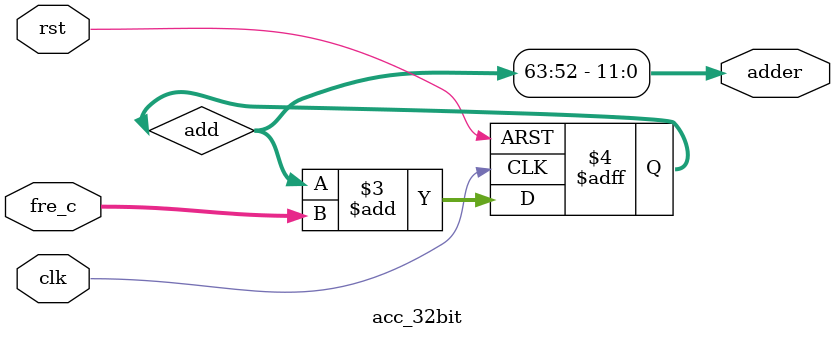
<source format=v>
module acc_32bit(
	input clk,
	input rst,
	input [63:0] fre_c,
	output [11:0] adder
);




reg [63:0] add;


always@(posedge clk or negedge rst)
begin
	if(!rst)
	begin
		add <= 64'd0;
	end
	else
	begin
		add <= add + fre_c;		//125M采样率，32位ACC，100Hz
	end
end

assign adder = add[63:52];

endmodule
</source>
